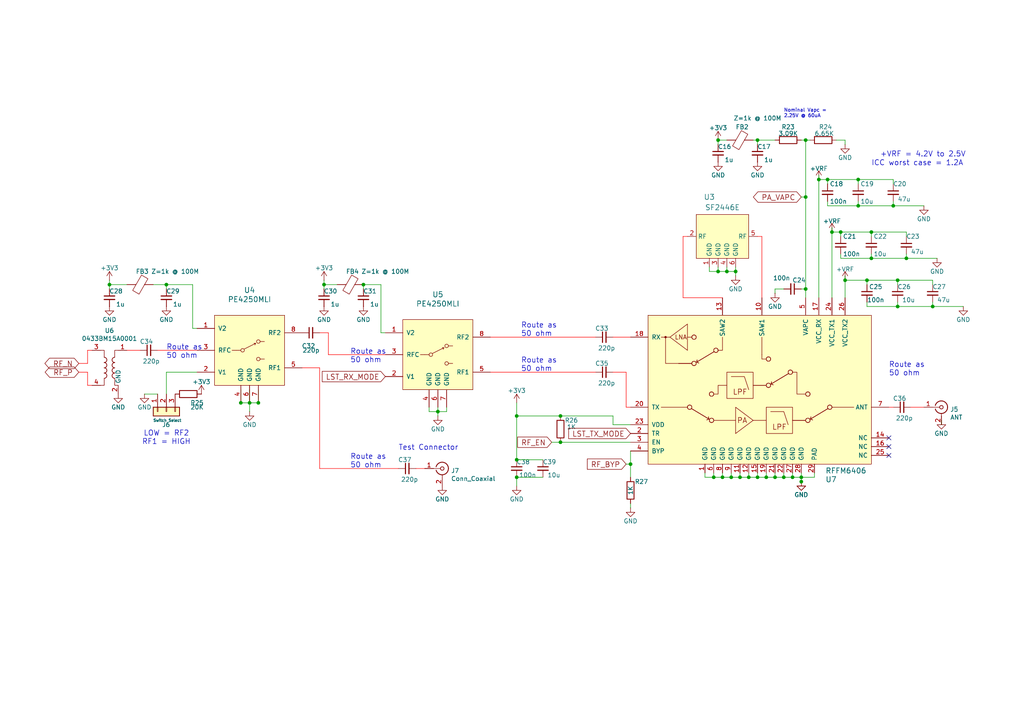
<source format=kicad_sch>
(kicad_sch (version 20231120) (generator "eeschema") (generator_version "8.0")
  (paper "A4")
  (lib_symbols
    (symbol "Connector:Conn_Coaxial" (pin_names (offset 1.016) hide)
      (property "Reference" "J" (at 0.254 3.048 0))
      (property "Value" "Conn_Coaxial" (at 2.921 0 90))
      (symbol "Conn_Coaxial_1_1"
        (pin passive line (at -5.08 0 0) (length 2.54) (name "In") (number "1"))
        (pin passive line (at 0 -5.08 90) (length 2.54) (name "Ext") (number "2"))
      )
    )
    (symbol "Connector_Generic:Conn_01x03" (pin_names (offset 1.016) hide)
      (property "Reference" "J" (at 0 5.08 0))
      (property "Value" "Conn_01x03" (at 0 -5.08 0))
      (symbol "Conn_01x03_1_1"
        (pin passive line (at -5.08 2.54 0) (length 3.81) (name "Pin_1") (number "1"))
        (pin passive line (at -5.08 0 0) (length 3.81) (name "Pin_2") (number "2"))
        (pin passive line (at -5.08 -2.54 0) (length 3.81) (name "Pin_3") (number "3"))
      )
    )
    (symbol "Device:C_Small" (pin_numbers hide) (pin_names (offset 0.254) hide)
      (property "Reference" "C" (at 0.254 1.778 0))
      (property "Value" "C_Small" (at 0.254 -2.032 0))
      (symbol "C_Small_1_1"
        (pin passive line (at 0 2.54 270) (length 2.032) (name "~") (number "1"))
        (pin passive line (at 0 -2.54 90) (length 2.032) (name "~") (number "2"))
      )
    )
    (symbol "Device:FerriteBead" (pin_numbers hide) (pin_names (offset 0))
      (property "Reference" "FB" (at -3.81 0.635 90))
      (property "Value" "FerriteBead" (at 3.81 0 90))
      (symbol "FerriteBead_1_1"
        (pin passive line (at 0 3.81 270) (length 2.54) (name "~") (number "1"))
        (pin passive line (at 0 -3.81 90) (length 2.54) (name "~") (number "2"))
      )
    )
    (symbol "Device:R" (pin_numbers hide) (pin_names (offset 0))
      (property "Reference" "R" (at 2.032 0 90))
      (property "Value" "R" (at 0 0 90))
      (symbol "R_1_1"
        (pin passive line (at 0 3.81 270) (length 1.27) (name "~") (number "1"))
        (pin passive line (at 0 -3.81 90) (length 1.27) (name "~") (number "2"))
      )
    )
    (symbol "Project:PE4259" (pin_names (offset 1.016))
      (property "Reference" "U6" (at -8.89 11.43 0))
      (property "Value" "PE4259" (at 6.35 11.43 0))
      (symbol "PE4259_1_1"
        (pin passive line (at -15.24 6.35 0) (length 5.08) (name "V2") (number "1"))
        (pin passive line (at -15.24 -6.35 0) (length 5.08) (name "V1") (number "2"))
        (pin passive line (at -15.24 0 0) (length 5.08) (name "RFC") (number "3"))
        (pin passive line (at -2.54 -15.24 90) (length 5.08) (name "GND") (number "4"))
        (pin passive line (at 15.24 -5.08 180) (length 5.08) (name "RF1") (number "5"))
        (pin passive line (at 0 -15.24 90) (length 5.08) (name "GND") (number "6"))
        (pin passive line (at 2.54 -15.24 90) (length 5.08) (name "GND") (number "7"))
        (pin passive line (at 15.24 5.08 180) (length 5.08) (name "RF2") (number "8"))
      )
    )
    (symbol "Project:RFFM6403" (pin_names (offset 1.016))
      (property "Reference" "U9" (at -30.48 22.86 0))
      (property "Value" "RFFM6403" (at 26.67 -22.86 0))
      (symbol "RFFM6403_0_0"
        (text "LNA" (at -22.225 15.24 0) (effects (font (size 1.27 1.27))))
        (text "LPF" (at -5.08 -0.635 0) (effects (font (size 1.524 1.524))))
        (text "LPF" (at 6.35 -10.795 0) (effects (font (size 1.524 1.524))))
        (text "PA" (at -4.445 -8.89 0) (effects (font (size 1.524 1.524))))
      )
      (symbol "RFFM6403_1_1"
        (pin passive line (at -15.24 -24.13 90) (length 2.54) (name "GND") (number "1"))
        (pin passive line (at 1.27 26.67 270) (length 5.08) (name "SAW1") (number "10"))
        (pin passive line (at -5.08 -24.13 90) (length 2.54) (name "GND") (number "11"))
        (pin passive line (at -2.54 -24.13 90) (length 2.54) (name "GND") (number "12"))
        (pin passive line (at -10.16 26.67 270) (length 5.08) (name "SAW2") (number "13"))
        (pin passive line (at 38.1 -13.97 180) (length 5.08) (name "NC") (number "14"))
        (pin passive line (at 0 -24.13 90) (length 2.54) (name "GND") (number "15"))
        (pin passive line (at 38.1 -16.51 180) (length 5.08) (name "NC") (number "16"))
        (pin passive line (at 17.78 26.67 270) (length 5.08) (name "VCC_RX") (number "17"))
        (pin passive line (at -36.83 15.24 0) (length 5.08) (name "RX") (number "18"))
        (pin passive line (at 2.54 -24.13 90) (length 2.54) (name "GND") (number "19"))
        (pin passive line (at -36.83 -12.7 0) (length 5.08) (name "TR") (number "2"))
        (pin passive line (at -36.83 -5.08 0) (length 5.08) (name "TX") (number "20"))
        (pin passive line (at 5.08 -24.13 90) (length 2.54) (name "GND") (number "21"))
        (pin passive line (at 7.62 -24.13 90) (length 2.54) (name "GND") (number "22"))
        (pin passive line (at -36.83 -10.16 0) (length 5.08) (name "VDD") (number "23"))
        (pin passive line (at 21.59 26.67 270) (length 5.08) (name "VCC_TX1") (number "24"))
        (pin passive line (at 38.1 -19.05 180) (length 5.08) (name "NC") (number "25"))
        (pin passive line (at 25.4 26.67 270) (length 5.08) (name "VCC_TX2") (number "26"))
        (pin passive line (at 10.16 -24.13 90) (length 2.54) (name "GND") (number "27"))
        (pin passive line (at 12.7 -24.13 90) (length 2.54) (name "GND") (number "28"))
        (pin passive line (at 16.51 -24.13 90) (length 2.54) (name "PAD") (number "29"))
        (pin passive line (at -36.83 -15.24 0) (length 5.08) (name "EN") (number "3"))
        (pin passive line (at -36.83 -17.78 0) (length 5.08) (name "BYP") (number "4"))
        (pin passive line (at 13.97 26.67 270) (length 5.08) (name "VAPC") (number "5"))
        (pin passive line (at -12.7 -24.13 90) (length 2.54) (name "GND") (number "6"))
        (pin passive line (at 38.1 -5.08 180) (length 5.08) (name "ANT") (number "7"))
        (pin passive line (at -10.16 -24.13 90) (length 2.54) (name "GND") (number "8"))
        (pin passive line (at -7.62 -24.13 90) (length 2.54) (name "GND") (number "9"))
      )
    )
    (symbol "Project:SF2446"
      (property "Reference" "U" (at 0 0 0))
      (symbol "SF2446_1_1"
        (pin power_in line (at -3.81 -8.89 90) (length 2.54) (name "GND") (number "1"))
        (pin passive line (at -10.16 0 0) (length 2.54) (name "RF") (number "2"))
        (pin power_in line (at -1.27 -8.89 90) (length 2.54) (name "GND") (number "3"))
        (pin power_in line (at 1.27 -8.89 90) (length 2.54) (name "GND") (number "4"))
        (pin passive line (at 10.16 0 180) (length 2.54) (name "RF") (number "5"))
        (pin power_in line (at 3.81 -8.89 90) (length 2.54) (name "GND") (number "6"))
      )
    )
    (symbol "Transformer:0433BM15A0001"
      (property "Reference" "U" (at 0 6.35 0))
      (property "Value" "0433BM15A0001" (at 0 -7.62 0))
      (symbol "0433BM15A0001_1_1"
        (pin passive line (at -5.08 5.08 0) (length 2.54) (name "~") (number "1"))
        (pin power_in line (at -2.54 -7.62 90) (length 2.54) (name "GND") (number "2"))
        (pin passive line (at 5.08 5.08 180) (length 2.54) (name "~") (number "3"))
        (pin passive line (at 5.08 -5.08 180) (length 2.54) (name "~") (number "4"))
        (pin passive line (at -2.54 -7.62 90) (length 2.54) hide (name "GND") (number "5"))
        (pin passive line (at -2.54 -7.62 90) (length 2.54) hide (name "GND") (number "6"))
      )
    )
    (symbol "power:+3V3" (power) (pin_numbers hide) (pin_names (offset 0) hide)
      (property "Value" "+3V3" (at 0 3.556 0))
      (symbol "+3V3_1_1"
        (pin power_in line (at 0 0 90) (length 0) (name "~") (number "1"))
      )
    )
    (symbol "power:GND" (power) (pin_numbers hide) (pin_names (offset 0) hide)
      (property "Value" "GND" (at 0 -3.81 0))
      (symbol "GND_1_1"
        (pin power_in line (at 0 0 270) (length 0) (name "~") (number "1"))
      )
    )
    (symbol "power:VBUS" (power) (pin_numbers hide) (pin_names (offset 0) hide)
      (property "Value" "VBUS" (at 0 3.556 0))
      (symbol "VBUS_1_1"
        (pin power_in line (at 0 0 90) (length 0) (name "~") (number "1"))
      )
    )
  )
  (junction (at 251.46 81.28))
  (junction (at 182.88 134.62))
  (junction (at 229.87 138.43))
  (junction (at 48.26 82.55))
  (junction (at 270.51 88.9))
  (junction (at 208.28 40.64))
  (junction (at 69.85 116.84))
  (junction (at 209.55 138.43))
  (junction (at 232.41 138.43))
  (junction (at 241.3 67.31))
  (junction (at 262.89 74.93))
  (junction (at 233.68 83.82))
  (junction (at 233.68 57.15))
  (junction (at 93.98 82.55))
  (junction (at 219.71 40.64))
  (junction (at 127 119.38))
  (junction (at 232.41 139.7))
  (junction (at 224.79 138.43))
  (junction (at 214.63 138.43))
  (junction (at 213.36 78.74))
  (junction (at 252.73 67.31))
  (junction (at 208.28 78.74))
  (junction (at 219.71 138.43))
  (junction (at 233.68 40.64))
  (junction (at 259.08 59.69))
  (junction (at 149.86 138.43))
  (junction (at 162.56 128.27))
  (junction (at 222.25 138.43))
  (junction (at 149.86 120.65))
  (junction (at 149.86 133.35))
  (junction (at 212.09 138.43))
  (junction (at 260.35 81.28))
  (junction (at 260.35 88.9))
  (junction (at 248.92 52.07))
  (junction (at 74.93 116.84))
  (junction (at 217.17 138.43))
  (junction (at 207.01 138.43))
  (junction (at 162.56 120.65))
  (junction (at 245.11 81.28))
  (junction (at 237.49 52.07))
  (junction (at 210.82 78.74))
  (junction (at 248.92 59.69))
  (junction (at 243.84 67.31))
  (junction (at 105.41 82.55))
  (junction (at 227.33 138.43))
  (junction (at 31.75 82.55))
  (junction (at 252.73 74.93))
  (junction (at 72.39 116.84))
  (junction (at 240.03 52.07))
  (no_connect (at 257.81 129.54))
  (no_connect (at 257.81 127))
  (no_connect (at 257.81 132.08))
  (wire (pts (xy 129.54 119.38) (xy 129.54 118.11)))
  (wire (pts (xy 218.44 40.64) (xy 219.71 40.64)))
  (wire (pts (xy 210.82 77.47) (xy 210.82 78.74)))
  (wire (pts (xy 182.88 146.05) (xy 182.88 147.32)))
  (wire (pts (xy 222.25 138.43) (xy 224.79 138.43)))
  (wire (pts (xy 48.26 82.55) (xy 55.88 82.55)))
  (wire (pts (xy 127 118.11) (xy 127 119.38)))
  (wire (pts (xy 251.46 88.9) (xy 260.35 88.9)))
  (wire (pts (xy 229.87 138.43) (xy 229.87 137.16)))
  (wire (pts (xy 233.68 83.82) (xy 233.68 86.36)))
  (wire (pts (xy 25.4 101.6) (xy 26.67 101.6)) (stroke (width 0) (color 255 0 0 1)))
  (wire (pts (xy 25.4 107.95) (xy 22.86 107.95)) (stroke (width 0) (color 255 0 0 1)))
  (wire (pts (xy 262.89 74.93) (xy 271.78 74.93)))
  (wire (pts (xy 279.4 88.9) (xy 270.51 88.9)))
  (wire (pts (xy 181.61 107.95) (xy 181.61 118.11)) (stroke (width 0) (color 255 0 0 1)))
  (wire (pts (xy 224.79 138.43) (xy 227.33 138.43)))
  (wire (pts (xy 252.73 73.66) (xy 252.73 74.93)))
  (wire (pts (xy 157.48 138.43) (xy 149.86 138.43)))
  (wire (pts (xy 182.88 134.62) (xy 182.88 130.81)))
  (wire (pts (xy 204.47 138.43) (xy 207.01 138.43)))
  (wire (pts (xy 241.3 67.31) (xy 241.3 86.36)))
  (wire (pts (xy 48.26 107.95) (xy 48.26 114.3)))
  (wire (pts (xy 222.25 138.43) (xy 222.25 137.16)))
  (wire (pts (xy 220.98 68.58) (xy 220.98 86.36)) (stroke (width 0) (color 255 0 0 1)))
  (wire (pts (xy 36.83 82.55) (xy 31.75 82.55)))
  (wire (pts (xy 93.98 82.55) (xy 93.98 83.82)))
  (wire (pts (xy 149.86 116.84) (xy 149.86 120.65)))
  (wire (pts (xy 241.3 66.04) (xy 241.3 67.31)))
  (wire (pts (xy 260.35 87.63) (xy 260.35 88.9)))
  (wire (pts (xy 213.36 78.74) (xy 213.36 80.01)))
  (wire (pts (xy 251.46 82.55) (xy 251.46 81.28)))
  (wire (pts (xy 259.08 58.42) (xy 259.08 59.69)))
  (wire (pts (xy 270.51 87.63) (xy 270.51 88.9)))
  (wire (pts (xy 162.56 120.65) (xy 177.8 120.65)))
  (wire (pts (xy 260.35 81.28) (xy 270.51 81.28)))
  (wire (pts (xy 149.86 120.65) (xy 149.86 133.35)))
  (wire (pts (xy 162.56 128.27) (xy 182.88 128.27)))
  (wire (pts (xy 243.84 74.93) (xy 252.73 74.93)))
  (wire (pts (xy 124.46 119.38) (xy 124.46 118.11)))
  (wire (pts (xy 213.36 77.47) (xy 213.36 78.74)))
  (wire (pts (xy 214.63 138.43) (xy 217.17 138.43)))
  (wire (pts (xy 204.47 137.16) (xy 204.47 138.43)))
  (wire (pts (xy 95.25 102.87) (xy 111.76 102.87)) (stroke (width 0) (color 255 0 0 1)))
  (wire (pts (xy 149.86 140.97) (xy 149.86 138.43)))
  (wire (pts (xy 25.4 111.76) (xy 25.4 107.95)) (stroke (width 0) (color 255 0 0 1)))
  (wire (pts (xy 149.86 120.65) (xy 162.56 120.65)))
  (wire (pts (xy 214.63 138.43) (xy 214.63 137.16)))
  (wire (pts (xy 241.3 67.31) (xy 243.84 67.31)))
  (wire (pts (xy 210.82 78.74) (xy 213.36 78.74)))
  (wire (pts (xy 181.61 134.62) (xy 182.88 134.62)))
  (wire (pts (xy 237.49 52.07) (xy 240.03 52.07)))
  (wire (pts (xy 262.89 68.58) (xy 262.89 67.31)))
  (wire (pts (xy 260.35 81.28) (xy 260.35 82.55)))
  (wire (pts (xy 273.05 121.92) (xy 273.05 123.19)))
  (wire (pts (xy 182.88 134.62) (xy 182.88 138.43)))
  (wire (pts (xy 93.98 81.28) (xy 93.98 82.55)))
  (wire (pts (xy 224.79 138.43) (xy 224.79 137.16)))
  (wire (pts (xy 248.92 52.07) (xy 259.08 52.07)))
  (wire (pts (xy 224.79 83.82) (xy 224.79 85.09)))
  (wire (pts (xy 92.71 135.89) (xy 115.57 135.89)) (stroke (width 0) (color 255 0 0 1)))
  (wire (pts (xy 243.84 67.31) (xy 252.73 67.31)))
  (wire (pts (xy 36.83 101.6) (xy 40.64 101.6)) (stroke (width 0) (color 255 0 0 1)))
  (wire (pts (xy 69.85 116.84) (xy 69.85 113.03)))
  (wire (pts (xy 219.71 68.58) (xy 220.98 68.58)) (stroke (width 0) (color 255 0 0 1)))
  (wire (pts (xy 232.41 137.16) (xy 232.41 138.43)))
  (wire (pts (xy 245.11 80.01) (xy 245.11 81.28)))
  (wire (pts (xy 31.75 82.55) (xy 31.75 83.82)))
  (wire (pts (xy 260.35 88.9) (xy 270.51 88.9)))
  (wire (pts (xy 245.11 81.28) (xy 245.11 86.36)))
  (wire (pts (xy 270.51 81.28) (xy 270.51 82.55)))
  (wire (pts (xy 93.98 82.55) (xy 97.79 82.55)))
  (wire (pts (xy 209.55 138.43) (xy 209.55 137.16)))
  (wire (pts (xy 233.68 40.64) (xy 234.95 40.64)))
  (wire (pts (xy 55.88 82.55) (xy 55.88 95.25)))
  (wire (pts (xy 41.91 114.3) (xy 45.72 114.3)))
  (wire (pts (xy 219.71 40.64) (xy 219.71 41.91)))
  (wire (pts (xy 142.24 97.79) (xy 172.72 97.79)) (stroke (width 0) (color 255 0 0 1)))
  (wire (pts (xy 252.73 67.31) (xy 252.73 68.58)))
  (wire (pts (xy 212.09 138.43) (xy 214.63 138.43)))
  (wire (pts (xy 219.71 138.43) (xy 219.71 137.16)))
  (wire (pts (xy 212.09 138.43) (xy 212.09 137.16)))
  (wire (pts (xy 232.41 57.15) (xy 233.68 57.15)))
  (wire (pts (xy 240.03 52.07) (xy 248.92 52.07)))
  (wire (pts (xy 240.03 59.69) (xy 248.92 59.69)))
  (wire (pts (xy 248.92 58.42) (xy 248.92 59.69)))
  (wire (pts (xy 219.71 40.64) (xy 224.79 40.64)))
  (wire (pts (xy 57.15 101.6) (xy 45.72 101.6)) (stroke (width 0) (color 255 0 0 1)))
  (wire (pts (xy 236.22 138.43) (xy 236.22 137.16)))
  (wire (pts (xy 177.8 97.79) (xy 182.88 97.79)) (stroke (width 0) (color 255 0 0 1)))
  (wire (pts (xy 72.39 116.84) (xy 74.93 116.84)))
  (wire (pts (xy 198.12 68.58) (xy 199.39 68.58)) (stroke (width 0) (color 255 0 0 1)))
  (wire (pts (xy 208.28 78.74) (xy 210.82 78.74)))
  (wire (pts (xy 264.16 118.11) (xy 267.97 118.11)) (stroke (width 0) (color 255 0 0 1)))
  (wire (pts (xy 55.88 95.25) (xy 57.15 95.25)))
  (wire (pts (xy 95.25 96.52) (xy 95.25 102.87)) (stroke (width 0) (color 255 0 0 1)))
  (wire (pts (xy 259.08 53.34) (xy 259.08 52.07)))
  (wire (pts (xy 207.01 138.43) (xy 209.55 138.43)))
  (wire (pts (xy 72.39 119.38) (xy 72.39 116.84)))
  (wire (pts (xy 227.33 138.43) (xy 227.33 137.16)))
  (wire (pts (xy 217.17 138.43) (xy 217.17 137.16)))
  (wire (pts (xy 48.26 107.95) (xy 57.15 107.95)))
  (wire (pts (xy 232.41 40.64) (xy 233.68 40.64)))
  (wire (pts (xy 25.4 105.41) (xy 22.86 105.41)) (stroke (width 0) (color 255 0 0 1)))
  (wire (pts (xy 72.39 116.84) (xy 69.85 116.84)))
  (wire (pts (xy 149.86 133.35) (xy 157.48 133.35)))
  (wire (pts (xy 205.74 78.74) (xy 205.74 77.47)))
  (wire (pts (xy 252.73 67.31) (xy 262.89 67.31)))
  (wire (pts (xy 243.84 67.31) (xy 243.84 68.58)))
  (wire (pts (xy 248.92 52.07) (xy 248.92 53.34)))
  (wire (pts (xy 105.41 83.82) (xy 105.41 82.55)))
  (wire (pts (xy 217.17 138.43) (xy 219.71 138.43)))
  (wire (pts (xy 219.71 138.43) (xy 222.25 138.43)))
  (wire (pts (xy 237.49 50.8) (xy 237.49 52.07)))
  (wire (pts (xy 208.28 40.64) (xy 208.28 41.91)))
  (wire (pts (xy 177.8 123.19) (xy 182.88 123.19)))
  (wire (pts (xy 120.65 135.89) (xy 123.19 135.89)) (stroke (width 0) (color 255 0 0 1)))
  (wire (pts (xy 232.41 138.43) (xy 232.41 139.7)))
  (wire (pts (xy 227.33 83.82) (xy 224.79 83.82)))
  (wire (pts (xy 245.11 81.28) (xy 251.46 81.28)))
  (wire (pts (xy 262.89 73.66) (xy 262.89 74.93)))
  (wire (pts (xy 110.49 96.52) (xy 111.76 96.52)))
  (wire (pts (xy 25.4 101.6) (xy 25.4 105.41)) (stroke (width 0) (color 255 0 0 1)))
  (wire (pts (xy 142.24 107.95) (xy 172.72 107.95)) (stroke (width 0) (color 255 0 0 1)))
  (wire (pts (xy 232.41 138.43) (xy 236.22 138.43)))
  (wire (pts (xy 105.41 82.55) (xy 110.49 82.55)))
  (wire (pts (xy 251.46 87.63) (xy 251.46 88.9)))
  (wire (pts (xy 227.33 138.43) (xy 229.87 138.43)))
  (wire (pts (xy 240.03 58.42) (xy 240.03 59.69)))
  (wire (pts (xy 259.08 59.69) (xy 267.97 59.69)))
  (wire (pts (xy 207.01 137.16) (xy 207.01 138.43)))
  (wire (pts (xy 232.41 83.82) (xy 233.68 83.82)))
  (wire (pts (xy 95.25 96.52) (xy 92.71 96.52)) (stroke (width 0) (color 255 0 0 1)))
  (wire (pts (xy 245.11 40.64) (xy 245.11 41.91)))
  (wire (pts (xy 240.03 52.07) (xy 240.03 53.34)))
  (wire (pts (xy 229.87 138.43) (xy 232.41 138.43)))
  (wire (pts (xy 251.46 81.28) (xy 260.35 81.28)))
  (wire (pts (xy 177.8 120.65) (xy 177.8 123.19)))
  (wire (pts (xy 72.39 113.03) (xy 72.39 116.84)))
  (wire (pts (xy 160.02 128.27) (xy 162.56 128.27)))
  (wire (pts (xy 233.68 57.15) (xy 233.68 83.82)))
  (wire (pts (xy 248.92 59.69) (xy 259.08 59.69)))
  (wire (pts (xy 233.68 40.64) (xy 233.68 57.15)))
  (wire (pts (xy 237.49 52.07) (xy 237.49 86.36)))
  (wire (pts (xy 110.49 82.55) (xy 110.49 96.52)))
  (wire (pts (xy 252.73 74.93) (xy 262.89 74.93)))
  (wire (pts (xy 87.63 106.68) (xy 92.71 106.68)) (stroke (width 0) (color 255 0 0 1)))
  (wire (pts (xy 243.84 73.66) (xy 243.84 74.93)))
  (wire (pts (xy 208.28 40.64) (xy 210.82 40.64)))
  (wire (pts (xy 181.61 118.11) (xy 182.88 118.11)) (stroke (width 0) (color 255 0 0 1)))
  (wire (pts (xy 242.57 40.64) (xy 245.11 40.64)))
  (wire (pts (xy 48.26 83.82) (xy 48.26 82.55)))
  (wire (pts (xy 257.81 118.11) (xy 259.08 118.11)) (stroke (width 0) (color 255 0 0 1)))
  (wire (pts (xy 25.4 111.76) (xy 26.67 111.76)) (stroke (width 0) (color 255 0 0 1)))
  (wire (pts (xy 31.75 81.28) (xy 31.75 82.55)))
  (wire (pts (xy 127 119.38) (xy 129.54 119.38)))
  (wire (pts (xy 44.45 82.55) (xy 48.26 82.55)))
  (wire (pts (xy 127 119.38) (xy 124.46 119.38)))
  (wire (pts (xy 74.93 116.84) (xy 74.93 113.03)))
  (wire (pts (xy 208.28 77.47) (xy 208.28 78.74)))
  (wire (pts (xy 209.55 86.36) (xy 198.12 86.36)) (stroke (width 0) (color 255 0 0 1)))
  (wire (pts (xy 127 120.65) (xy 127 119.38)))
  (wire (pts (xy 198.12 86.36) (xy 198.12 68.58)) (stroke (width 0) (color 255 0 0 1)))
  (wire (pts (xy 92.71 106.68) (xy 92.71 135.89)) (stroke (width 0) (color 255 0 0 1)))
  (wire (pts (xy 209.55 138.43) (xy 212.09 138.43)))
  (wire (pts (xy 205.74 78.74) (xy 208.28 78.74)))
  (wire (pts (xy 177.8 107.95) (xy 181.61 107.95)) (stroke (width 0) (color 255 0 0 1)))
  (text "Route as\n50 ohm" (at 151.13 107.95 0) (effects (font (size 1.524 1.524)) (justify left bottom)))
  (text "Test Connector" (at 115.57 130.81 0) (effects (font (size 1.524 1.524)) (justify left bottom)))
  (text "Route as\n50 ohm" (at 257.81 109.22 0) (effects (font (size 1.524 1.524)) (justify left bottom)))
  (text "LOW = RF2\nRF1 = HIGH" (at 48.26 127 0) (effects (font (size 1.524 1.524))))
  (text "Route as\n50 ohm" (at 101.6 105.41 0) (effects (font (size 1.524 1.524)) (justify left bottom)))
  (text "Route as\n50 ohm" (at 101.6 135.89 0) (effects (font (size 1.524 1.524)) (justify left bottom)))
  (text "ICC worst case = 1.2A" (at 252.73 48.26 0) (effects (font (size 1.524 1.524)) (justify left bottom)))
  (text "Nominal Vapc = \n2.25V @ 60uA" (at 227.33 34.29 0) (effects (font (size 0.9906 0.9906)) (justify left bottom)))
  (text "+VRF = 4.2V to 2.5V" (at 255.27 45.72 0) (effects (font (size 1.524 1.524)) (justify left bottom)))
  (text "Route as\n50 ohm" (at 48.26 104.14 0) (effects (font (size 1.524 1.524)) (justify left bottom)))
  (text "Route as\n50 ohm" (at 151.13 97.79 0) (effects (font (size 1.524 1.524)) (justify left bottom)))
  (global_label "PA_VAPC" (shape bidirectional) (at 232.41 57.15 180) (effects (font (size 1.524 1.524))) (property "Intersheetrefs" "${INTERSHEET_REFS}" (effects (hide yes))))
  (global_label "RF_P" (shape bidirectional) (at 22.86 107.95 180) (effects (font (size 1.524 1.524))) (property "Intersheetrefs" "${INTERSHEET_REFS}" (effects (hide yes))))
  (global_label "RF_N" (shape bidirectional) (at 22.86 105.41 180) (effects (font (size 1.524 1.524))) (property "Intersheetrefs" "${INTERSHEET_REFS}" (effects (hide yes))))
  (global_label "RF_EN" (shape input) (at 160.02 128.27 180) (effects (font (size 1.524 1.524))) (property "Intersheetrefs" "${INTERSHEET_REFS}" (effects (hide yes))))
  (global_label "LST_TX_MODE" (shape input) (at 182.88 125.73 180) (effects (font (size 1.524 1.524))) (property "Intersheetrefs" "${INTERSHEET_REFS}" (effects (hide yes))))
  (global_label "RF_BYP" (shape input) (at 181.61 134.62 180) (effects (font (size 1.524 1.524))) (property "Intersheetrefs" "${INTERSHEET_REFS}" (effects (hide yes))))
  (global_label "LST_RX_MODE" (shape input) (at 111.76 109.22 180) (effects (font (size 1.524 1.524))) (property "Intersheetrefs" "${INTERSHEET_REFS}" (effects (hide yes))))
  (symbol (lib_id "Device:C_Small") (at 157.48 135.89 0) (unit 1)
    (property "Reference" "C39" (at 159.385 133.985 0))
    (property "Value" "10u" (at 160.655 137.795 0))
    (property "Footprint" "Capacitor_SMD:C_0603_1608Metric_Pad1.08x0.95mm_HandSolder" (effects (hide yes)))
    (property "Mfr. #" "CL10B104KA8NNNC" (effects (hide yes)))
    (property "Order" "https://www.digikey.com/product-detail/en/samsung-electro-mechanics/CL10B104KA8NNNC/1276-1006-1-ND/3889092" (effects (hide yes)))
    (property "Voltage" "25" (effects (hide yes)))
    (property "Manufactorer" "Murata" (effects (hide yes)))
    (property "Part Number" "GRM21BR61E106KA73L" (effects (hide yes)))
    (property "Tolerance" "10%" (effects (hide yes)))
  )
  (symbol (lib_id "power:GND") (at 182.88 147.32 0) (unit 1)
    (property "Reference" "#PWR064" (effects (hide yes)))
    (property "Value" "GND" (at 182.88 151.13 0))
    (property "Description" "Power symbol creates a global label with name \"GND\" , ground" (effects (hide yes)))
  )
  (symbol (lib_id "Device:C_Small") (at 243.84 71.12 0) (unit 1)
    (property "Reference" "C21" (at 244.475 68.58 0) (effects (justify left)))
    (property "Value" "100n" (at 244.475 73.66 0) (effects (justify left)))
    (property "Footprint" "Capacitor_SMD:C_0402_1005Metric_Pad0.74x0.62mm_HandSolder" (effects (hide yes)))
    (property "Description" "Unpolarized capacitor, small symbol" (effects (hide yes)))
    (property "Mfr. #" "GRM32EC81C476KE15L" (effects (hide yes)))
    (property "Order" "https://www.digikey.com/product-detail/en/murata-electronics/GRM32EC81C476KE15L/490-10531-1-ND/5026469" (effects (hide yes)))
    (property "Voltage" "25" (effects (hide yes)))
    (property "Size" "1210" (effects (hide yes)))
    (property "Manufactorer" "Murata" (effects (hide yes)))
    (property "Part Number" "GRM155R61E104KA87D" (effects (hide yes)))
    (property "Tolerance" "10%" (effects (hide yes)))
  )
  (symbol (lib_id "power:GND") (at 232.41 139.7 0) (unit 1)
    (property "Reference" "#PWR060" (effects (hide yes)))
    (property "Value" "GND" (at 232.41 143.51 0))
    (property "Description" "Power symbol creates a global label with name \"GND\" , ground" (effects (hide yes)))
  )
  (symbol (lib_id "power:GND") (at 105.41 88.9 0) (unit 1)
    (property "Reference" "#PWR051" (effects (hide yes)))
    (property "Value" "GND" (at 105.41 92.71 0))
    (property "Description" "Power symbol creates a global label with name \"GND\" , ground" (effects (hide yes)))
  )
  (symbol (lib_id "Device:C_Small") (at 90.17 96.52 90) (unit 1)
    (property "Reference" "C32" (at 91.44 100.33 90) (effects (justify left)))
    (property "Value" "220p" (at 92.71 101.6 90) (effects (justify left)))
    (property "Footprint" "Capacitor_SMD:C_0603_1608Metric_Pad1.08x0.95mm_HandSolder" (effects (hide yes)))
    (property "Description" "Unpolarized capacitor, small symbol" (effects (hide yes)))
    (property "Manuf" "Kemet" (effects (hide yes)))
    (property "ManufPN" "C0402C221J2GACAUTO" (effects (hide yes)))
    (property "Supplier" "Digikey" (effects (hide yes)))
    (property "SupplierPN" "399-11552-1-ND" (effects (hide yes)))
    (property "Voltage" "25" (effects (hide yes)))
    (property "Size" "0402" (effects (hide yes)))
    (property "Manufactorer" "YAGEO" (effects (hide yes)))
    (property "Part Number" "CC0603JRNPO8BN221" (effects (hide yes)))
    (property "Tolerance" "5%" (effects (hide yes)))
  )
  (symbol (lib_id "Device:R") (at 162.56 124.46 0) (mirror x) (unit 1)
    (property "Reference" "R26" (at 165.735 121.92 0))
    (property "Value" "1K" (at 165.735 123.825 0))
    (property "Footprint" "Resistor_SMD:R_0603_1608Metric_Pad0.98x0.95mm_HandSolder" (effects (hide yes)))
    (property "Size" "0603" (effects (hide yes)))
    (property "Mfr. #" "RMCF0603FT1K00" (effects (hide yes)))
    (property "Order" "https://www.digikey.com/en/products/detail/stackpole-electronics-inc/RMCF0603FT1K00/1942996" (effects (hide yes)))
    (property "Manufactorer" "YAGEO" (effects (hide yes)))
    (property "Part Number" "RC0603FR-071KL" (effects (hide yes)))
    (property "Tolerance" "1%" (effects (hide yes)))
  )
  (symbol (lib_id "Device:C_Small") (at 262.89 71.12 0) (unit 1)
    (property "Reference" "C23" (at 264.795 68.58 0))
    (property "Value" "47u" (at 266.065 73.025 0))
    (property "Footprint" "Capacitor_SMD:C_1210_3225Metric_Pad1.33x2.70mm_HandSolder" (effects (hide yes)))
    (property "Description" "Unpolarized capacitor, small symbol" (effects (hide yes)))
    (property "Mfr. #" "C1608X7S1A475K080AC" (effects (hide yes)))
    (property "Order" "https://www.digikey.com/product-detail/en/tdk-corporation/C1608X7S1A475K080AC/445-14258-1-ND/3955924" (effects (hide yes)))
    (property "Voltage" "15" (effects (hide yes)))
    (property "Manufactorer" "Samsung" (effects (hide yes)))
    (property "Part Number" "CL32A476KOJNNNE" (effects (hide yes)))
    (property "Tolerance" "10%" (effects (hide yes)))
  )
  (symbol (lib_id "Device:FerriteBead") (at 214.63 40.64 270) (unit 1)
    (property "Reference" "FB2" (at 215.265 36.83 90))
    (property "Value" "Z=1k @ 100M" (at 219.71 34.29 90))
    (property "Footprint" "Inductor_SMD:L_0603_1608Metric_Pad1.05x0.95mm_HandSolder" (effects (hide yes)))
    (property "Description" "Ferrite bead" (effects (hide yes)))
    (property "Mfr. #" "BLM18AG102SN1D" (effects (hide yes)))
    (property "Order" "https://www.digikey.com/en/products/detail/murata-electronics/BLM18AG102SN1D/584226" (effects (hide yes)))
    (property "Amps" "1" (effects (hide yes)))
    (property "Manufactorer" "Murata" (effects (hide yes)))
    (property "Part Number" "BLM18KG102SN1D " (effects (hide yes)))
  )
  (symbol (lib_id "power:GND") (at 219.71 46.99 0) (unit 1)
    (property "Reference" "#PWR038" (effects (hide yes)))
    (property "Value" "GND" (at 219.71 50.8 0))
    (property "Description" "Power symbol creates a global label with name \"GND\" , ground" (effects (hide yes)))
  )
  (symbol (lib_id "power:GND") (at 149.86 140.97 0) (unit 1)
    (property "Reference" "#PWR063" (effects (hide yes)))
    (property "Value" "GND" (at 149.86 144.78 0))
    (property "Description" "Power symbol creates a global label with name \"GND\" , ground" (effects (hide yes)))
  )
  (symbol (lib_id "Device:C_Small") (at 261.62 118.11 90) (unit 1)
    (property "Reference" "C36" (at 262.89 115.57 90) (effects (justify left)))
    (property "Value" "220p" (at 264.795 121.285 90) (effects (justify left)))
    (property "Footprint" "Capacitor_SMD:C_0603_1608Metric_Pad1.08x0.95mm_HandSolder" (effects (hide yes)))
    (property "Description" "Unpolarized capacitor, small symbol" (effects (hide yes)))
    (property "Manuf" "Kemet" (effects (hide yes)))
    (property "ManufPN" "C0402C221J2GACAUTO" (effects (hide yes)))
    (property "Supplier" "Digikey" (effects (hide yes)))
    (property "SupplierPN" "399-11552-1-ND" (effects (hide yes)))
    (property "Voltage" "25" (effects (hide yes)))
    (property "Size" "0402" (effects (hide yes)))
    (property "Manufactorer" "YAGEO" (effects (hide yes)))
    (property "Part Number" "CC0603JRNPO8BN221" (effects (hide yes)))
    (property "Tolerance" "5%" (effects (hide yes)))
  )
  (symbol (lib_id "power:VBUS") (at 241.3 67.31 0) (unit 1)
    (property "Reference" "#PWR041" (effects (hide yes)))
    (property "Value" "+VRF" (at 241.3 64.135 0))
    (property "Description" "Power symbol creates a global label with name \"VBUS\"" (effects (hide yes)))
  )
  (symbol (lib_id "power:GND") (at 128.27 140.97 0) (unit 1)
    (property "Reference" "#PWR062" (effects (hide yes)))
    (property "Value" "GND" (at 128.27 144.78 0))
    (property "Description" "Power symbol creates a global label with name \"GND\" , ground" (effects (hide yes)))
  )
  (symbol (lib_id "Device:C_Small") (at 175.26 97.79 90) (unit 1)
    (property "Reference" "C33" (at 176.53 95.25 90) (effects (justify left)))
    (property "Value" "220p" (at 178.435 100.965 90) (effects (justify left)))
    (property "Footprint" "Capacitor_SMD:C_0603_1608Metric_Pad1.08x0.95mm_HandSolder" (effects (hide yes)))
    (property "Description" "Unpolarized capacitor, small symbol" (effects (hide yes)))
    (property "Manuf" "Kemet" (effects (hide yes)))
    (property "ManufPN" "C0402C221J2GACAUTO" (effects (hide yes)))
    (property "Supplier" "Digikey" (effects (hide yes)))
    (property "SupplierPN" "399-11552-1-ND" (effects (hide yes)))
    (property "Voltage" "25" (effects (hide yes)))
    (property "Size" "0402" (effects (hide yes)))
    (property "Manufactorer" "YAGEO" (effects (hide yes)))
    (property "Part Number" "CC0603JRNPO8BN221" (effects (hide yes)))
    (property "Tolerance" "5%" (effects (hide yes)))
  )
  (symbol (lib_id "power:GND") (at 31.75 88.9 0) (unit 1)
    (property "Reference" "#PWR048" (effects (hide yes)))
    (property "Value" "GND" (at 31.75 92.71 0))
    (property "Description" "Power symbol creates a global label with name \"GND\" , ground" (effects (hide yes)))
  )
  (symbol (lib_id "power:+3V3") (at 208.28 40.64 0) (unit 1)
    (property "Reference" "#PWR035" (effects (hide yes)))
    (property "Value" "+3V3" (at 208.28 37.084 0))
    (property "Description" "Power symbol creates a global label with name \"+3V3\"" (effects (hide yes)))
  )
  (symbol (lib_id "Device:FerriteBead") (at 40.64 82.55 270) (unit 1)
    (property "Reference" "FB3" (at 41.275 78.74 90))
    (property "Value" "Z=1k @ 100M" (at 50.8 78.74 90))
    (property "Footprint" "Inductor_SMD:L_0603_1608Metric_Pad1.05x0.95mm_HandSolder" (effects (hide yes)))
    (property "Description" "Ferrite bead" (effects (hide yes)))
    (property "Mfr. #" "BLM18AG102SN1D" (effects (hide yes)))
    (property "Order" "https://www.digikey.com/en/products/detail/murata-electronics/BLM18AG102SN1D/584226" (effects (hide yes)))
    (property "Amps" "1" (effects (hide yes)))
    (property "Manufactorer" "Murata" (effects (hide yes)))
    (property "Part Number" "BLM18KG102SN1D " (effects (hide yes)))
  )
  (symbol (lib_id "Device:C_Small") (at 248.92 55.88 0) (unit 1)
    (property "Reference" "C19" (at 249.555 53.34 0) (effects (justify left)))
    (property "Value" "10u" (at 249.555 58.42 0) (effects (justify left)))
    (property "Footprint" "Capacitor_SMD:C_0603_1608Metric_Pad1.08x0.95mm_HandSolder" (effects (hide yes)))
    (property "Description" "Unpolarized capacitor, small symbol" (effects (hide yes)))
    (property "Mfr. #" "GRM32EC81C476KE15L" (effects (hide yes)))
    (property "Order" "https://www.digikey.com/product-detail/en/murata-electronics/GRM32EC81C476KE15L/490-10531-1-ND/5026469" (effects (hide yes)))
    (property "Voltage" "25" (effects (hide yes)))
    (property "Size" "1210" (effects (hide yes)))
    (property "Manufactorer" "Murata" (effects (hide yes)))
    (property "Part Number" "GRM21BR61E106KA73L" (effects (hide yes)))
    (property "Tolerance" "10%" (effects (hide yes)))
  )
  (symbol (lib_id "power:GND") (at 41.91 114.3 0) (unit 1)
    (property "Reference" "#PWR054" (effects (hide yes)))
    (property "Value" "GND" (at 41.91 118.11 0))
    (property "Description" "Power symbol creates a global label with name \"GND\" , ground" (effects (hide yes)))
  )
  (symbol (lib_id "Project:PE4259") (at 127 102.87 0) (unit 1)
    (property "Reference" "U5" (at 127 85.4202 0) (effects (font (size 1.524 1.524))))
    (property "Value" "PE4250MLI" (at 127 88.1126 0) (effects (font (size 1.524 1.524))))
    (property "Footprint" "Package_SO:MSOP-8_3x3mm_P0.65mm" (effects (hide yes)))
    (property "Datasheet" "http://www.psemi.com/pdf/datasheets/pe4259ds.pdf" (effects (hide yes)))
    (property "Order" "https://www.digikey.com/en/products/detail/psemi/PE4250MLI-Z/2614479" (effects (hide yes)))
    (property "Mfr. #" "PE4250MLI-Z" (effects (hide yes)))
    (property "Manuf" "pSemi" (effects (hide yes)))
    (property "ManufPN" "4259-63" (effects (hide yes)))
    (property "Supplier" "Digikey" (effects (hide yes)))
    (property "SupplierPN" "1046-1011-1-ND" (effects (hide yes)))
  )
  (symbol (lib_id "power:GND") (at 267.97 59.69 0) (unit 1)
    (property "Reference" "#PWR040" (effects (hide yes)))
    (property "Value" "GND" (at 267.97 63.5 0))
    (property "Description" "Power symbol creates a global label with name \"GND\" , ground" (effects (hide yes)))
  )
  (symbol (lib_id "Device:C_Small") (at 270.51 85.09 0) (unit 1)
    (property "Reference" "C27" (at 272.415 83.185 0))
    (property "Value" "47u" (at 273.685 86.995 0))
    (property "Footprint" "Capacitor_SMD:C_1210_3225Metric_Pad1.33x2.70mm_HandSolder" (effects (hide yes)))
    (property "Description" "Unpolarized capacitor, small symbol" (effects (hide yes)))
    (property "Mfr. #" "CL10B104KA8NNNC" (effects (hide yes)))
    (property "Order" "https://www.digikey.com/product-detail/en/samsung-electro-mechanics/CL10B104KA8NNNC/1276-1006-1-ND/3889092" (effects (hide yes)))
    (property "Voltage" "15" (effects (hide yes)))
    (property "Manufactorer" "Samsung" (effects (hide yes)))
    (property "Part Number" "CL32A476KOJNNNE" (effects (hide yes)))
    (property "Tolerance" "10%" (effects (hide yes)))
  )
  (symbol (lib_id "Device:C_Small") (at 118.11 135.89 90) (unit 1)
    (property "Reference" "C37" (at 119.38 133.35 90) (effects (justify left)))
    (property "Value" "220p" (at 121.285 139.065 90) (effects (justify left)))
    (property "Footprint" "Capacitor_SMD:C_0603_1608Metric_Pad1.08x0.95mm_HandSolder" (effects (hide yes)))
    (property "Description" "Unpolarized capacitor, small symbol" (effects (hide yes)))
    (property "Manuf" "Kemet" (effects (hide yes)))
    (property "ManufPN" "C0402C221J2GACAUTO" (effects (hide yes)))
    (property "Supplier" "Digikey" (effects (hide yes)))
    (property "SupplierPN" "399-11552-1-ND" (effects (hide yes)))
    (property "Voltage" "25" (effects (hide yes)))
    (property "Size" "0402" (effects (hide yes)))
    (property "Manufactorer" "YAGEO" (effects (hide yes)))
    (property "Part Number" "CC0603JRNPO8BN221" (effects (hide yes)))
    (property "Tolerance" "5%" (effects (hide yes)))
  )
  (symbol (lib_id "Project:SF2446") (at 209.55 68.58 0) (unit 1)
    (property "Reference" "U3" (at 205.74 57.15 0) (effects (font (size 1.524 1.524))))
    (property "Value" "SF2446E" (at 209.55 60.1726 0) (effects (font (size 1.524 1.524))))
    (property "Footprint" "Project:SF2446E" (effects (hide yes)))
    (property "Datasheet" "https://www.rfmi.co/pdf/Datasheet/sf2446e.pdf" (effects (hide yes)))
    (property "Mfr. #" "SF2446E" (effects (hide yes)))
    (property "Order" "https://www.digikey.com/en/products/detail/rfmi/SF2446E/12178506" (effects (hide yes)))
  )
  (symbol (lib_id "power:+3V3") (at 58.42 114.3 0) (unit 1)
    (property "Reference" "#PWR055" (effects (hide yes)))
    (property "Value" "+3V3" (at 58.42 110.744 0))
    (property "Description" "Power symbol creates a global label with name \"+3V3\"" (effects (hide yes)))
  )
  (symbol (lib_id "Device:C_Small") (at 229.87 83.82 270) (unit 1)
    (property "Reference" "C24" (at 231.775 81.28 90))
    (property "Value" "100n" (at 226.695 80.645 90))
    (property "Footprint" "Capacitor_SMD:C_0402_1005Metric_Pad0.74x0.62mm_HandSolder" (effects (hide yes)))
    (property "Mfr. #" "CL10B104KA8NNNC" (effects (hide yes)))
    (property "Order" "https://www.digikey.com/product-detail/en/samsung-electro-mechanics/CL10B104KA8NNNC/1276-1006-1-ND/3889092" (effects (hide yes)))
    (property "Voltage" "25" (effects (hide yes)))
    (property "Manufactorer" "Murata" (effects (hide yes)))
    (property "Part Number" "GRM155R61E104KA87D" (effects (hide yes)))
    (property "Tolerance" "10%" (effects (hide yes)))
  )
  (symbol (lib_id "Device:C_Small") (at 252.73 71.12 0) (unit 1)
    (property "Reference" "C22" (at 253.365 68.58 0) (effects (justify left)))
    (property "Value" "10u" (at 253.365 73.66 0) (effects (justify left)))
    (property "Footprint" "Capacitor_SMD:C_0603_1608Metric_Pad1.08x0.95mm_HandSolder" (effects (hide yes)))
    (property "Description" "Unpolarized capacitor, small symbol" (effects (hide yes)))
    (property "Mfr. #" "GRM32EC81C476KE15L" (effects (hide yes)))
    (property "Order" "https://www.digikey.com/product-detail/en/murata-electronics/GRM32EC81C476KE15L/490-10531-1-ND/5026469" (effects (hide yes)))
    (property "Voltage" "25" (effects (hide yes)))
    (property "Size" "1210" (effects (hide yes)))
    (property "Manufactorer" "Murata" (effects (hide yes)))
    (property "Part Number" "GRM21BR61E106KA73L" (effects (hide yes)))
    (property "Tolerance" "10%" (effects (hide yes)))
  )
  (symbol (lib_id "Device:C_Small") (at 240.03 55.88 0) (unit 1)
    (property "Reference" "C18" (at 240.665 53.34 0) (effects (justify left)))
    (property "Value" "100n" (at 240.665 58.42 0) (effects (justify left)))
    (property "Footprint" "Capacitor_SMD:C_0402_1005Metric_Pad0.74x0.62mm_HandSolder" (effects (hide yes)))
    (property "Description" "Unpolarized capacitor, small symbol" (effects (hide yes)))
    (property "Mfr. #" "GRM32EC81C476KE15L" (effects (hide yes)))
    (property "Order" "https://www.digikey.com/product-detail/en/murata-electronics/GRM32EC81C476KE15L/490-10531-1-ND/5026469" (effects (hide yes)))
    (property "Voltage" "25" (effects (hide yes)))
    (property "Size" "1210" (effects (hide yes)))
    (property "Manufactorer" "Murata" (effects (hide yes)))
    (property "Part Number" "GRM155R61E104KA87D" (effects (hide yes)))
    (property "Tolerance" "10%" (effects (hide yes)))
  )
  (symbol (lib_id "power:GND") (at 273.05 121.92 0) (unit 1)
    (property "Reference" "#PWR059" (effects (hide yes)))
    (property "Value" "GND" (at 273.05 125.73 0))
    (property "Description" "Power symbol creates a global label with name \"GND\" , ground" (effects (hide yes)))
  )
  (symbol (lib_id "power:VBUS") (at 245.11 81.28 0) (unit 1)
    (property "Reference" "#PWR046" (effects (hide yes)))
    (property "Value" "+VRF" (at 245.11 78.105 0))
    (property "Description" "Power symbol creates a global label with name \"VBUS\"" (effects (hide yes)))
  )
  (symbol (lib_id "power:+3V3") (at 149.86 116.84 0) (unit 1)
    (property "Reference" "#PWR056" (effects (hide yes)))
    (property "Value" "+3V3" (at 149.86 113.284 0))
    (property "Description" "Power symbol creates a global label with name \"+3V3\"" (effects (hide yes)))
  )
  (symbol (lib_id "power:GND") (at 279.4 88.9 0) (unit 1)
    (property "Reference" "#PWR052" (effects (hide yes)))
    (property "Value" "GND" (at 279.4 92.71 0))
    (property "Description" "Power symbol creates a global label with name \"GND\" , ground" (effects (hide yes)))
  )
  (symbol (lib_id "power:+3V3") (at 93.98 81.28 0) (unit 1)
    (property "Reference" "#PWR045" (effects (hide yes)))
    (property "Value" "+3V3" (at 93.98 77.724 0))
    (property "Description" "Power symbol creates a global label with name \"+3V3\"" (effects (hide yes)))
  )
  (symbol (lib_id "Device:R") (at 54.61 114.3 270) (mirror x) (unit 1)
    (property "Reference" "R25" (at 57.15 116.84 90))
    (property "Value" "20K" (at 57.15 118.11 90))
    (property "Footprint" "Resistor_SMD:R_0603_1608Metric_Pad0.98x0.95mm_HandSolder" (effects (hide yes)))
    (property "Size" "0603" (effects (hide yes)))
    (property "Mfr. #" "RMCF0603FT1K00" (effects (hide yes)))
    (property "Order" "https://www.digikey.com/en/products/detail/stackpole-electronics-inc/RMCF0603FT1K00/1942996" (effects (hide yes)))
    (property "Manufactorer" "YAGEO" (effects (hide yes)))
    (property "Part Number" "RT0603BRD0720KL" (effects (hide yes)))
    (property "Tolerance" "0.1%" (effects (hide yes)))
  )
  (symbol (lib_id "power:GND") (at 213.36 80.01 0) (unit 1)
    (property "Reference" "#PWR043" (effects (hide yes)))
    (property "Value" "GND" (at 213.36 83.82 0))
    (property "Description" "Power symbol creates a global label with name \"GND\" , ground" (effects (hide yes)))
  )
  (symbol (lib_id "power:GND") (at 127 120.65 0) (unit 1)
    (property "Reference" "#PWR058" (effects (hide yes)))
    (property "Value" "GND" (at 127 124.46 0))
    (property "Description" "Power symbol creates a global label with name \"GND\" , ground" (effects (hide yes)))
  )
  (symbol (lib_id "power:GND") (at 208.28 46.99 0) (unit 1)
    (property "Reference" "#PWR037" (effects (hide yes)))
    (property "Value" "GND" (at 208.28 50.8 0))
    (property "Description" "Power symbol creates a global label with name \"GND\" , ground" (effects (hide yes)))
  )
  (symbol (lib_id "Device:C_Small") (at 208.28 44.45 0) (unit 1)
    (property "Reference" "C16" (at 210.185 42.545 0))
    (property "Value" "1u" (at 211.455 46.355 0))
    (property "Footprint" "Capacitor_SMD:C_0603_1608Metric_Pad1.08x0.95mm_HandSolder" (effects (hide yes)))
    (property "Mfr. #" "CL10B104KA8NNNC" (effects (hide yes)))
    (property "Order" "https://www.digikey.com/product-detail/en/samsung-electro-mechanics/CL10B104KA8NNNC/1276-1006-1-ND/3889092" (effects (hide yes)))
    (property "Voltage" "25" (effects (hide yes)))
    (property "Manufactorer" "YAGEO" (effects (hide yes)))
    (property "Part Number" "CC0603KRX5R8BB105" (effects (hide yes)))
    (property "Tolerance" "10%" (effects (hide yes)))
  )
  (symbol (lib_id "power:GND") (at 245.11 41.91 0) (unit 1)
    (property "Reference" "#PWR036" (effects (hide yes)))
    (property "Value" "GND" (at 245.11 45.72 0))
    (property "Description" "Power symbol creates a global label with name \"GND\" , ground" (effects (hide yes)))
  )
  (symbol (lib_id "power:GND") (at 34.29 114.3 0) (unit 1)
    (property "Reference" "#PWR053" (effects (hide yes)))
    (property "Value" "GND" (at 34.29 118.11 0))
    (property "Description" "Power symbol creates a global label with name \"GND\" , ground" (effects (hide yes)))
  )
  (symbol (lib_id "power:GND") (at 271.78 74.93 0) (unit 1)
    (property "Reference" "#PWR042" (effects (hide yes)))
    (property "Value" "GND" (at 271.78 78.74 0))
    (property "Description" "Power symbol creates a global label with name \"GND\" , ground" (effects (hide yes)))
  )
  (symbol (lib_id "power:GND") (at 48.26 88.9 0) (unit 1)
    (property "Reference" "#PWR049" (effects (hide yes)))
    (property "Value" "GND" (at 48.26 92.71 0))
    (property "Description" "Power symbol creates a global label with name \"GND\" , ground" (effects (hide yes)))
  )
  (symbol (lib_id "power:+3V3") (at 31.75 81.28 0) (unit 1)
    (property "Reference" "#PWR044" (effects (hide yes)))
    (property "Value" "+3V3" (at 31.75 77.724 0))
    (property "Description" "Power symbol creates a global label with name \"+3V3\"" (effects (hide yes)))
  )
  (symbol (lib_id "Device:C_Small") (at 48.26 86.36 0) (unit 1)
    (property "Reference" "C29" (at 50.165 84.455 0))
    (property "Value" "1u" (at 51.435 88.265 0))
    (property "Footprint" "Capacitor_SMD:C_0603_1608Metric_Pad1.08x0.95mm_HandSolder" (effects (hide yes)))
    (property "Mfr. #" "CL10B104KA8NNNC" (effects (hide yes)))
    (property "Order" "https://www.digikey.com/product-detail/en/samsung-electro-mechanics/CL10B104KA8NNNC/1276-1006-1-ND/3889092" (effects (hide yes)))
    (property "Voltage" "25" (effects (hide yes)))
    (property "Manufactorer" "YAGEO" (effects (hide yes)))
    (property "Part Number" "CC0603KRX5R8BB105" (effects (hide yes)))
    (property "Tolerance" "10%" (effects (hide yes)))
  )
  (symbol (lib_id "Device:C_Small") (at 260.35 85.09 0) (unit 1)
    (property "Reference" "C26" (at 262.255 83.185 0))
    (property "Value" "10u" (at 263.525 86.995 0))
    (property "Footprint" "Capacitor_SMD:C_0603_1608Metric_Pad1.08x0.95mm_HandSolder" (effects (hide yes)))
    (property "Description" "Unpolarized capacitor, small symbol" (effects (hide yes)))
    (property "Mfr. #" "CL10B104KA8NNNC" (effects (hide yes)))
    (property "Order" "https://www.digikey.com/product-detail/en/samsung-electro-mechanics/CL10B104KA8NNNC/1276-1006-1-ND/3889092" (effects (hide yes)))
    (property "Voltage" "25" (effects (hide yes)))
    (property "Manufactorer" "Murata" (effects (hide yes)))
    (property "Part Number" "GRM21BR61E106KA73L" (effects (hide yes)))
    (property "Tolerance" "10%" (effects (hide yes)))
  )
  (symbol (lib_id "Device:C_Small") (at 93.98 86.36 0) (unit 1)
    (property "Reference" "C30" (at 95.885 84.455 0))
    (property "Value" "1u" (at 97.155 88.265 0))
    (property "Footprint" "Capacitor_SMD:C_0603_1608Metric_Pad1.08x0.95mm_HandSolder" (effects (hide yes)))
    (property "Mfr. #" "CL10B104KA8NNNC" (effects (hide yes)))
    (property "Order" "https://www.digikey.com/product-detail/en/samsung-electro-mechanics/CL10B104KA8NNNC/1276-1006-1-ND/3889092" (effects (hide yes)))
    (property "Voltage" "25" (effects (hide yes)))
    (property "Manufactorer" "YAGEO" (effects (hide yes)))
    (property "Part Number" "CC0603KRX5R8BB105" (effects (hide yes)))
    (property "Tolerance" "10%" (effects (hide yes)))
  )
  (symbol (lib_id "Connector_Generic:Conn_01x03") (at 48.26 119.38 90) (mirror x) (unit 1)
    (property "Reference" "J6" (at 46.99 123.19 90) (effects (justify right)))
    (property "Value" "Switch Select" (at 44.45 121.92 90) (effects (font (size 0.7874 0.7874)) (justify right)))
    (property "Footprint" "Connector_PinHeader_2.54mm:PinHeader_1x03_P2.54mm_Vertical" (effects (hide yes)))
  )
  (symbol (lib_id "Device:C_Small") (at 175.26 107.95 90) (unit 1)
    (property "Reference" "C35" (at 176.53 105.41 90) (effects (justify left)))
    (property "Value" "220p" (at 178.435 111.125 90) (effects (justify left)))
    (property "Footprint" "Capacitor_SMD:C_0603_1608Metric_Pad1.08x0.95mm_HandSolder" (effects (hide yes)))
    (property "Description" "Unpolarized capacitor, small symbol" (effects (hide yes)))
    (property "Manuf" "Kemet" (effects (hide yes)))
    (property "ManufPN" "C0402C221J2GACAUTO" (effects (hide yes)))
    (property "Supplier" "Digikey" (effects (hide yes)))
    (property "SupplierPN" "399-11552-1-ND" (effects (hide yes)))
    (property "Voltage" "25" (effects (hide yes)))
    (property "Size" "0402" (effects (hide yes)))
    (property "Manufactorer" "YAGEO" (effects (hide yes)))
    (property "Part Number" "CC0603JRNPO8BN221" (effects (hide yes)))
    (property "Tolerance" "5%" (effects (hide yes)))
  )
  (symbol (lib_id "power:GND") (at 93.98 88.9 0) (unit 1)
    (property "Reference" "#PWR050" (effects (hide yes)))
    (property "Value" "GND" (at 93.98 92.71 0))
    (property "Description" "Power symbol creates a global label with name \"GND\" , ground" (effects (hide yes)))
  )
  (symbol (lib_id "Device:C_Small") (at 43.18 101.6 90) (unit 1)
    (property "Reference" "C34" (at 44.45 99.06 90) (effects (justify left)))
    (property "Value" "220p" (at 46.355 104.775 90) (effects (justify left)))
    (property "Footprint" "Capacitor_SMD:C_0603_1608Metric_Pad1.08x0.95mm_HandSolder" (effects (hide yes)))
    (property "Description" "Unpolarized capacitor, small symbol" (effects (hide yes)))
    (property "Manuf" "Kemet" (effects (hide yes)))
    (property "ManufPN" "C0402C221J2GACAUTO" (effects (hide yes)))
    (property "Supplier" "Digikey" (effects (hide yes)))
    (property "SupplierPN" "399-11552-1-ND" (effects (hide yes)))
    (property "Voltage" "25" (effects (hide yes)))
    (property "Size" "0402" (effects (hide yes)))
    (property "Manufactorer" "YAGEO" (effects (hide yes)))
    (property "Part Number" "CC0603JRNPO8BN221" (effects (hide yes)))
    (property "Tolerance" "5%" (effects (hide yes)))
  )
  (symbol (lib_id "Device:R") (at 238.76 40.64 90) (unit 1)
    (property "Reference" "R24" (at 237.49 36.83 90) (effects (justify right)))
    (property "Value" "6.65K" (at 236.22 38.735 90) (effects (justify right)))
    (property "Footprint" "Resistor_SMD:R_0603_1608Metric_Pad0.98x0.95mm_HandSolder" (effects (hide yes)))
    (property "Datasheet" "https://www.seielect.com/catalog/sei-rmcf_rmcp.pdf" (effects (hide yes)))
    (property "Mfr. #" "RMCF0603FT6K65" (effects (hide yes)))
    (property "Order" "https://www.digikey.com/en/products/detail/stackpole-electronics-inc/RMCF0603FT6K65/1760771" (effects (hide yes)))
    (property "Size" "0603" (effects (hide yes)))
    (property "Manufactorer" "YAGEO" (effects (hide yes)))
    (property "Tolerance" "0.1%" (effects (hide yes)))
    (property "Part Number" "RT0603BRD076K65L" (effects (hide yes)))
  )
  (symbol (lib_id "power:GND") (at 224.79 85.09 0) (unit 1)
    (property "Reference" "#PWR047" (effects (hide yes)))
    (property "Value" "GND" (at 224.79 88.9 0))
    (property "Description" "Power symbol creates a global label with name \"GND\" , ground" (effects (hide yes)))
  )
  (symbol (lib_id "power:GND") (at 232.41 139.7 0) (unit 1)
    (property "Reference" "#PWR061" (effects (hide yes)))
    (property "Value" "GND" (at 232.41 143.51 0))
    (property "Description" "Power symbol creates a global label with name \"GND\" , ground" (effects (hide yes)))
  )
  (symbol (lib_id "Device:C_Small") (at 31.75 86.36 0) (unit 1)
    (property "Reference" "C28" (at 33.655 84.455 0))
    (property "Value" "1u" (at 34.925 88.265 0))
    (property "Footprint" "Capacitor_SMD:C_0603_1608Metric_Pad1.08x0.95mm_HandSolder" (effects (hide yes)))
    (property "Mfr. #" "CL10B104KA8NNNC" (effects (hide yes)))
    (property "Order" "https://www.digikey.com/product-detail/en/samsung-electro-mechanics/CL10B104KA8NNNC/1276-1006-1-ND/3889092" (effects (hide yes)))
    (property "Voltage" "25" (effects (hide yes)))
    (property "Manufactorer" "YAGEO" (effects (hide yes)))
    (property "Part Number" "CC0603KRX5R8BB105" (effects (hide yes)))
    (property "Tolerance" "10%" (effects (hide yes)))
  )
  (symbol (lib_id "power:VBUS") (at 237.49 52.07 0) (unit 1)
    (property "Reference" "#PWR039" (effects (hide yes)))
    (property "Value" "+VRF" (at 237.49 48.895 0))
    (property "Description" "Power symbol creates a global label with name \"VBUS\"" (effects (hide yes)))
  )
  (symbol (lib_id "Device:C_Small") (at 149.86 135.89 0) (unit 1)
    (property "Reference" "C38" (at 151.765 133.985 0))
    (property "Value" "100n" (at 153.035 137.795 0))
    (property "Footprint" "Capacitor_SMD:C_0402_1005Metric_Pad0.74x0.62mm_HandSolder" (effects (hide yes)))
    (property "Mfr. #" "CL10B104KA8NNNC" (effects (hide yes)))
    (property "Order" "https://www.digikey.com/product-detail/en/samsung-electro-mechanics/CL10B104KA8NNNC/1276-1006-1-ND/3889092" (effects (hide yes)))
    (property "Voltage" "25" (effects (hide yes)))
    (property "Manufactorer" "Murata" (effects (hide yes)))
    (property "Part Number" "GRM155R61E104KA87D" (effects (hide yes)))
    (property "Tolerance" "10%" (effects (hide yes)))
  )
  (symbol (lib_id "Project:RFFM6403") (at 219.71 113.03 0) (unit 1)
    (property "Reference" "U7" (at 239.395 139.065 0) (effects (font (size 1.524 1.524)) (justify left)))
    (property "Value" "RFFM6406" (at 239.395 136.525 0) (effects (font (size 1.524 1.524)) (justify left)))
    (property "Footprint" "Project:RFFM6406" (effects (hide yes)))
    (property "Datasheet" "https://www.qorvo.com/products/d/da000805" (effects (hide yes)))
    (property "Order" "https://www.mouser.com/ProductDetail/772-RFFM6406SR" (effects (hide yes)))
    (property "Manuf" "Qorvo" (effects (hide yes)))
    (property "ManufPN" "RFFM6403SB" (effects (hide yes)))
  )
  (symbol (lib_id "Device:R") (at 182.88 142.24 0) (mirror x) (unit 1)
    (property "Reference" "R27" (at 186.055 139.7 0))
    (property "Value" "1K" (at 182.88 142.24 90))
    (property "Footprint" "Resistor_SMD:R_0603_1608Metric_Pad0.98x0.95mm_HandSolder" (effects (hide yes)))
    (property "Size" "0603" (effects (hide yes)))
    (property "Mfr. #" "RMCF0603FT1K00" (effects (hide yes)))
    (property "Order" "https://www.digikey.com/en/products/detail/stackpole-electronics-inc/RMCF0603FT1K00/1942996" (effects (hide yes)))
    (property "Manufactorer" "YAGEO" (effects (hide yes)))
    (property "Part Number" "RC0603FR-071KL" (effects (hide yes)))
    (property "Tolerance" "1%" (effects (hide yes)))
  )
  (symbol (lib_id "Device:C_Small") (at 105.41 86.36 0) (unit 1)
    (property "Reference" "C31" (at 107.315 84.455 0))
    (property "Value" "1u" (at 108.585 88.265 0))
    (property "Footprint" "Capacitor_SMD:C_0603_1608Metric_Pad1.08x0.95mm_HandSolder" (effects (hide yes)))
    (property "Mfr. #" "CL10B104KA8NNNC" (effects (hide yes)))
    (property "Order" "https://www.digikey.com/product-detail/en/samsung-electro-mechanics/CL10B104KA8NNNC/1276-1006-1-ND/3889092" (effects (hide yes)))
    (property "Voltage" "25" (effects (hide yes)))
    (property "Manufactorer" "YAGEO" (effects (hide yes)))
    (property "Part Number" "CC0603KRX5R8BB105" (effects (hide yes)))
    (property "Tolerance" "10%" (effects (hide yes)))
  )
  (symbol (lib_id "Connector:Conn_Coaxial") (at 273.05 118.11 0) (unit 1)
    (property "Reference" "J5" (at 275.59 118.745 0) (effects (justify left)))
    (property "Value" "ANT" (at 275.59 121.0564 0) (effects (justify left)))
    (property "Footprint" "Project:LINX_CONSMA001-G" (effects (hide yes)))
    (property "Datasheet" "https://s3-us-west-2.amazonaws.com/catsy.582/C901-144-8RFX.pdf" (effects (hide yes)))
    (property "Mfr. #" "901-144-8RFX" (effects (hide yes)))
    (property "Order" "https://www.digikey.com/en/products/detail/amphenol-rf/901-144-8RFX/272189" (effects (hide yes)))
  )
  (symbol (lib_id "power:GND") (at 72.39 119.38 0) (unit 1)
    (property "Reference" "#PWR057" (effects (hide yes)))
    (property "Value" "GND" (at 72.39 123.19 0))
    (property "Description" "Power symbol creates a global label with name \"GND\" , ground" (effects (hide yes)))
  )
  (symbol (lib_id "Device:FerriteBead") (at 101.6 82.55 270) (unit 1)
    (property "Reference" "FB4" (at 102.235 78.74 90))
    (property "Value" "Z=1k @ 100M" (at 111.76 78.74 90))
    (property "Footprint" "Inductor_SMD:L_0603_1608Metric_Pad1.05x0.95mm_HandSolder" (effects (hide yes)))
    (property "Description" "Ferrite bead" (effects (hide yes)))
    (property "Mfr. #" "BLM18AG102SN1D" (effects (hide yes)))
    (property "Order" "https://www.digikey.com/en/products/detail/murata-electronics/BLM18AG102SN1D/584226" (effects (hide yes)))
    (property "Amps" "1" (effects (hide yes)))
    (property "Manufactorer" "Murata" (effects (hide yes)))
    (property "Part Number" "BLM18KG102SN1D " (effects (hide yes)))
  )
  (symbol (lib_id "Connector:Conn_Coaxial") (at 128.27 135.89 0) (unit 1)
    (property "Reference" "J7" (at 130.81 136.525 0) (effects (justify left)))
    (property "Value" "Conn_Coaxial" (at 130.81 138.8364 0) (effects (justify left)))
    (property "Footprint" "Project:LINX_CONSMA001-G" (effects (hide yes)))
    (property "Datasheet" "https://s3-us-west-2.amazonaws.com/catsy.582/C901-144-8RFX.pdf" (effects (hide yes)))
    (property "Mfr. #" "901-144-8RFX" (effects (hide yes)))
    (property "Order" "https://www.digikey.com/en/products/detail/amphenol-rf/901-144-8RFX/272189" (effects (hide yes)))
  )
  (symbol (lib_id "Device:R") (at 228.6 40.64 90) (unit 1)
    (property "Reference" "R23" (at 228.6 36.83 90))
    (property "Value" "3.09K" (at 228.6 38.735 90))
    (property "Footprint" "Resistor_SMD:R_0603_1608Metric_Pad0.98x0.95mm_HandSolder" (effects (hide yes)))
    (property "Mfr. #" "RMCF0603FT3K09" (effects (hide yes)))
    (property "Order" "https://www.digikey.com/en/products/detail/stackpole-electronics-inc/RMCF0603FT3K09/1761340" (effects (hide yes)))
    (property "Size" "0603" (effects (hide yes)))
    (property "Manufactorer" "YAGEO" (effects (hide yes)))
    (property "Tolerance" "0.1%" (effects (hide yes)))
    (property "Part Number" "RT0603BRD073K09L" (effects (hide yes)))
  )
  (symbol (lib_id "Device:C_Small") (at 251.46 85.09 0) (unit 1)
    (property "Reference" "C25" (at 254 83.185 0))
    (property "Value" "100n" (at 254 86.995 0))
    (property "Footprint" "Capacitor_SMD:C_0402_1005Metric_Pad0.74x0.62mm_HandSolder" (effects (hide yes)))
    (property "Description" "Unpolarized capacitor, small symbol" (effects (hide yes)))
    (property "Mfr. #" "CL10B105KP8NFNC" (effects (hide yes)))
    (property "Order" "https://www.digikey.com/product-detail/en/samsung-electro-mechanics/CL10B105KP8NFNC/1276-1945-1-ND/3890031" (effects (hide yes)))
    (property "Voltage" "25" (effects (hide yes)))
    (property "Manufactorer" "Murata" (effects (hide yes)))
    (property "Part Number" "GRM155R61E104KA87D" (effects (hide yes)))
    (property "Tolerance" "10%" (effects (hide yes)))
  )
  (symbol (lib_id "Transformer:0433BM15A0001") (at 31.75 106.68 0) (mirror y) (unit 1)
    (property "Reference" "U6" (at 31.75 95.885 0))
    (property "Value" "0433BM15A0001" (at 31.75 98.1964 0))
    (property "Footprint" "RF_Converter:Balun_Johanson_0896BM15A0001" (effects (hide yes)))
    (property "Datasheet" "https://www.johansontechnology.com/datasheets/0433BM15A0001/0433BM15A0001.pdf" (effects (hide yes)))
    (property "Mfr. #" "0433BM15A0001E" (effects (hide yes)))
    (property "Order" "https://www.digikey.com/en/products/detail/johanson-technology-inc/0433BM15A0001E/2764673" (effects (hide yes)))
  )
  (symbol (lib_id "Device:C_Small") (at 259.08 55.88 0) (unit 1)
    (property "Reference" "C20" (at 260.985 53.34 0))
    (property "Value" "47u" (at 262.255 57.785 0))
    (property "Footprint" "Capacitor_SMD:C_1210_3225Metric_Pad1.33x2.70mm_HandSolder" (effects (hide yes)))
    (property "Description" "Unpolarized capacitor, small symbol" (effects (hide yes)))
    (property "Mfr. #" "C1608X7S1A475K080AC" (effects (hide yes)))
    (property "Order" "https://www.digikey.com/product-detail/en/tdk-corporation/C1608X7S1A475K080AC/445-14258-1-ND/3955924" (effects (hide yes)))
    (property "Voltage" "15" (effects (hide yes)))
    (property "Manufactorer" "Samsung" (effects (hide yes)))
    (property "Part Number" "CL32A476KOJNNNE" (effects (hide yes)))
    (property "Tolerance" "10%" (effects (hide yes)))
  )
  (symbol (lib_id "Device:C_Small") (at 219.71 44.45 0) (unit 1)
    (property "Reference" "C17" (at 221.615 42.545 0))
    (property "Value" "1u" (at 222.885 46.355 0))
    (property "Footprint" "Capacitor_SMD:C_0603_1608Metric_Pad1.08x0.95mm_HandSolder" (effects (hide yes)))
    (property "Mfr. #" "CL10B104KA8NNNC" (effects (hide yes)))
    (property "Order" "https://www.digikey.com/product-detail/en/samsung-electro-mechanics/CL10B104KA8NNNC/1276-1006-1-ND/3889092" (effects (hide yes)))
    (property "Voltage" "25" (effects (hide yes)))
    (property "Manufactorer" "YAGEO" (effects (hide yes)))
    (property "Part Number" "CC0603KRX5R8BB105" (effects (hide yes)))
    (property "Tolerance" "10%" (effects (hide yes)))
  )
  (symbol (lib_id "Project:PE4259") (at 72.39 101.6 0) (unit 1)
    (property "Reference" "U4" (at 72.39 84.1502 0) (effects (font (size 1.524 1.524))))
    (property "Value" "PE4250MLI" (at 72.39 86.8426 0) (effects (font (size 1.524 1.524))))
    (property "Footprint" "Package_SO:MSOP-8_3x3mm_P0.65mm" (effects (hide yes)))
    (property "Datasheet" "http://www.psemi.com/pdf/datasheets/pe4259ds.pdf" (effects (hide yes)))
    (property "Order" "https://www.digikey.com/en/products/detail/psemi/PE4250MLI-Z/2614479" (effects (hide yes)))
    (property "Mfr. #" "PE4250MLI-Z" (effects (hide yes)))
    (property "Manuf" "pSemi" (effects (hide yes)))
    (property "ManufPN" "4259-63" (effects (hide yes)))
    (property "Supplier" "Digikey" (effects (hide yes)))
    (property "SupplierPN" "1046-1011-1-ND" (effects (hide yes)))
  )
)
</source>
